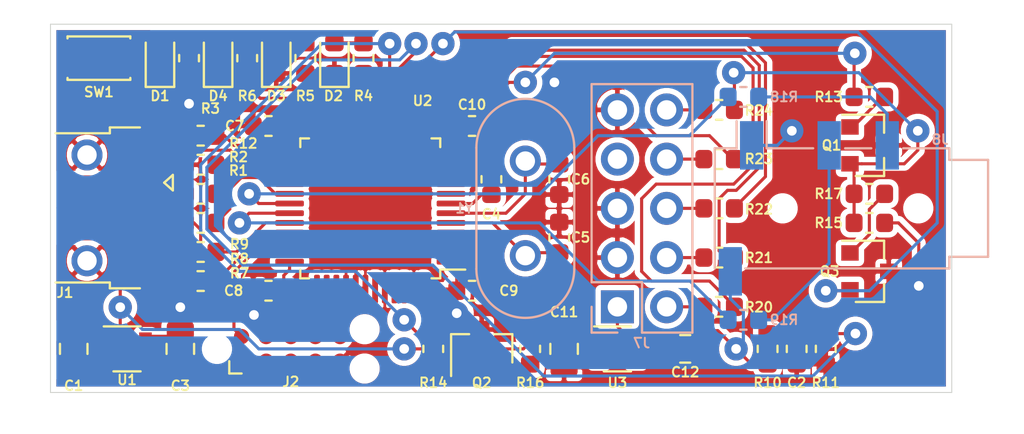
<source format=kicad_pcb>
(kicad_pcb (version 20240108) (generator "pcbnew") (generator_version "8.0")
  (layers (0 "F.Cu" signal) (31 "B.Cu" signal) (34 "B.Paste" user) (35 "F.Paste" user) (36 "B.SilkS" user "B.Silkscreen") (37 "F.SilkS" user "F.Silkscreen") (38 "B.Mask" user) (39 "F.Mask" user) (44 "Edge.Cuts" user))
  (net 0 "")
  (net 1 "+5V")
  (net 2 "GND")
  (net 3 "/TPWR_SENSE")
  (net 4 "+3V3")
  (net 5 "Net-(C4-Pad1)")
  (net 6 "Net-(C5-Pad1)")
  (net 7 "Net-(C6-Pad1)")
  (net 8 "/TPWR")
  (net 9 "Net-(D1-Pad2)")
  (net 10 "Net-(D2-Pad2)")
  (net 11 "Net-(D3-Pad2)")
  (net 12 "Net-(D4-Pad2)")
  (net 13 "Net-(J1-Pad4)")
  (net 14 "Net-(J1-Pad3)")
  (net 15 "Net-(J1-Pad2)")
  (net 16 "/PROG_SWO")
  (net 17 "/PROG_SWDIO")
  (net 18 "/PROG_SWCLK")
  (net 19 "Net-(J7-Pad10)")
  (net 20 "Net-(J7-Pad8)")
  (net 21 "Net-(J7-Pad7)")
  (net 22 "Net-(J7-Pad6)")
  (net 23 "Net-(J7-Pad4)")
  (net 24 "Net-(J7-Pad2)")
  (net 25 "/tRST")
  (net 26 "Net-(Q1-Pad1)")
  (net 27 "Net-(Q2-Pad2)")
  (net 28 "Net-(Q2-Pad1)")
  (net 29 "/RST_SENSE")
  (net 30 "Net-(Q3-Pad1)")
  (net 31 "/V_BUS")
  (net 32 "/LED0")
  (net 33 "/LED1")
  (net 34 "/LED2")
  (net 35 "/USB_DP")
  (net 36 "/USB_DM")
  (net 37 "/USB_PU")
  (net 38 "Net-(R12-Pad2)")
  (net 39 "/RST")
  (net 40 "/PWR_BR")
  (net 41 "/TXD")
  (net 42 "Net-(J8-Pad2)")
  (net 43 "/RXD")
  (net 44 "Net-(J8-Pad3)")
  (net 45 "/TMS")
  (net 46 "/TCK")
  (net 47 "/TDO")
  (net 48 "/TDI")
  (net 49 "Net-(U1-Pad4)")
  (net 50 "Net-(U2-Pad46)")
  (net 51 "Net-(U2-Pad45)")
  (net 52 "Net-(U2-Pad43)")
  (net 53 "Net-(U2-Pad38)")
  (net 54 "Net-(U2-Pad28)")
  (net 55 "Net-(U2-Pad27)")
  (net 56 "Net-(U2-Pad11)")
  (net 57 "Net-(U2-Pad10)")
  (net 58 "Net-(U2-Pad4)")
  (net 59 "Net-(U2-Pad3)")
  (net 60 "Net-(U2-Pad2)")
  (net 61 "Net-(U3-Pad4)")
  (net 62 "Net-(J2-Pad7)")
  (net 63 "Net-(J2-Pad6)")
  (net 64 "Net-(J2-Pad4)")
  (footprint "Capacitor_SMD:C_0805_2012Metric" (layer "F.Cu") (at 128.2 107.25 90)
    (property "Reference" "C1")
    (property "Value" "10u")
  )
  (footprint "Capacitor_SMD:C_0603_1608Metric" (layer "F.Cu") (at 167 107.25 90)
    (property "Reference" "C2")
    (property "Value" "100n")
  )
  (footprint "Capacitor_SMD:C_0805_2012Metric" (layer "F.Cu") (at 133.7 107.25 -90)
    (property "Reference" "C3")
    (property "Value" "10u")
  )
  (footprint "Capacitor_SMD:C_0603_1608Metric" (layer "F.Cu") (at 149.75 98.5 90)
    (property "Reference" "C4")
    (property "Value" "100n")
  )
  (footprint "Capacitor_SMD:C_0603_1608Metric" (layer "F.Cu") (at 153.25 101.5 90)
    (property "Reference" "C5")
    (property "Value" "20p")
  )
  (footprint "Capacitor_SMD:C_0603_1608Metric" (layer "F.Cu") (at 138.25 95.75 180)
    (property "Reference" "C7")
    (property "Value" "100n")
  )
  (footprint "Capacitor_SMD:C_0603_1608Metric" (layer "F.Cu") (at 138.25 104.25 180)
    (property "Reference" "C8")
    (property "Value" "100n")
  )
  (footprint "Capacitor_SMD:C_0603_1608Metric" (layer "F.Cu") (at 148.75 104.25)
    (property "Reference" "C9")
    (property "Value" "100n")
  )
  (footprint "Capacitor_SMD:C_0603_1608Metric" (layer "F.Cu") (at 148.75 95.75 180)
    (property "Reference" "C10")
    (property "Value" "100n")
  )
  (footprint "Capacitor_SMD:C_0805_2012Metric" (layer "F.Cu") (at 153.5 107.25 90)
    (property "Reference" "C11")
    (property "Value" "10u")
  )
  (footprint "Capacitor_SMD:C_0805_2012Metric" (layer "F.Cu") (at 159.75 107.25)
    (property "Reference" "C12")
    (property "Value" "10u")
  )
  (footprint "LED_SMD:LED_0603_1608Metric" (layer "F.Cu") (at 138.65 92.25 90)
    (property "Reference" "D3")
    (property "Value" "LED")
  )
  (footprint "LED_SMD:LED_0603_1608Metric" (layer "F.Cu") (at 135.65 92.25 90)
    (property "Reference" "D4")
    (property "Value" "LED")
  )
  (footprint "Package_TO_SOT_SMD:SOT-23" (layer "F.Cu") (at 169.25 96.75)
    (property "Reference" "Q1")
    (property "Value" "Q_NPN_BCE")
  )
  (footprint "Package_TO_SOT_SMD:SOT-23" (layer "F.Cu") (at 149.25 107.25 90)
    (property "Reference" "Q2")
    (property "Value" "Q_NPN_BCE")
  )
  (footprint "Package_TO_SOT_SMD:SOT-23" (layer "F.Cu") (at 169.25 103.25)
    (property "Reference" "Q3")
    (property "Value" "Q_NPN_BCE")
  )
  (footprint "Resistor_SMD:R_0603_1608Metric" (layer "F.Cu") (at 134.75 99.25)
    (property "Reference" "R1")
    (property "Value" "5k")
  )
  (footprint "Resistor_SMD:R_0603_1608Metric" (layer "F.Cu") (at 134.75 97.75 180)
    (property "Reference" "R2")
    (property "Value" "10k")
  )
  (footprint "Resistor_SMD:R_0603_1608Metric" (layer "F.Cu") (at 143.15 92.25 -90)
    (property "Reference" "R4")
    (property "Value" "150")
  )
  (footprint "Resistor_SMD:R_0603_1608Metric" (layer "F.Cu") (at 140.15 92.25 -90)
    (property "Reference" "R5")
    (property "Value" "150")
  )
  (footprint "Resistor_SMD:R_0603_1608Metric" (layer "F.Cu") (at 137.15 92.25 -90)
    (property "Reference" "R6")
    (property "Value" "150")
  )
  (footprint "Resistor_SMD:R_0603_1608Metric" (layer "F.Cu") (at 134.75 103.75 180)
    (property "Reference" "R7")
    (property "Value" "22")
  )
  (footprint "Resistor_SMD:R_0603_1608Metric" (layer "F.Cu") (at 134.75 102.25 180)
    (property "Reference" "R8")
    (property "Value" "22")
  )
  (footprint "Resistor_SMD:R_0603_1608Metric" (layer "F.Cu") (at 134.75 100.75)
    (property "Reference" "R9")
    (property "Value" "1k")
  )
  (footprint "Resistor_SMD:R_0603_1608Metric" (layer "F.Cu") (at 164 107.25 90)
    (property "Reference" "R10")
    (property "Value" "5k")
  )
  (footprint "Resistor_SMD:R_0603_1608Metric" (layer "F.Cu") (at 165.5 107.25 -90)
    (property "Reference" "R11")
    (property "Value" "10k")
  )
  (footprint "Resistor_SMD:R_0603_1608Metric" (layer "F.Cu") (at 169.25 94.25 180)
    (property "Reference" "R13")
    (property "Value" "10k")
  )
  (footprint "Resistor_SMD:R_0603_1608Metric" (layer "F.Cu") (at 146.75 107.25 90)
    (property "Reference" "R14")
    (property "Value" "10k")
  )
  (footprint "Resistor_SMD:R_0603_1608Metric" (layer "F.Cu") (at 169.25 100.75)
    (property "Reference" "R15")
    (property "Value" "10k")
  )
  (footprint "Resistor_SMD:R_0603_1608Metric" (layer "F.Cu") (at 151.75 107.25 90)
    (property "Reference" "R16")
    (property "Value" "100k")
  )
  (footprint "Resistor_SMD:R_0603_1608Metric" (layer "F.Cu") (at 169.25 99.25 180)
    (property "Reference" "R17")
    (property "Value" "100k")
  )
  (footprint "Resistor_SMD:R_0603_1608Metric" (layer "F.Cu") (at 161.5 105.08 180)
    (property "Reference" "R20")
    (property "Value" "75")
  )
  (footprint "Resistor_SMD:R_0603_1608Metric" (layer "F.Cu") (at 161.5 102.54 180)
    (property "Reference" "R21")
    (property "Value" "75")
  )
  (footprint "Resistor_SMD:R_0603_1608Metric" (layer "F.Cu") (at 161.5 100 180)
    (property "Reference" "R22")
    (property "Value" "75")
  )
  (footprint "Resistor_SMD:R_0603_1608Metric" (layer "F.Cu") (at 161.5 97.46 180)
    (property "Reference" "R23")
    (property "Value" "75")
  )
  (footprint "Resistor_SMD:R_0603_1608Metric" (layer "F.Cu") (at 161.5 94.92 180)
    (property "Reference" "R24")
    (property "Value" "75")
  )
  (footprint "Package_TO_SOT_SMD:SOT-353_SC-70-5" (layer "F.Cu") (at 130.95 107.25)
    (property "Reference" "U1")
    (property "Value" "MIC5365-3.3YC5")
  )
  (footprint "Package_QFP:LQFP-48_7x7mm_P0.5mm" (layer "F.Cu") (at 143.5 100 180)
    (property "Reference" "U2")
    (property "Value" "STM32F103CBTx")
  )
  (footprint "Package_TO_SOT_SMD:SOT-353_SC-70-5" (layer "F.Cu") (at 156.25 107.25)
    (property "Reference" "U3")
    (property "Value" "MIC5365-3.3YC5")
  )
  (footprint "Connector:Tag-Connect_TC2050-IDC-NL_2x05_P1.27mm_Vertical" (layer "F.Cu") (at 139.4 107.25)
    (property "Reference" "J2")
    (property "Value" "PROG_SWD")
  )
  (footprint "Connector_USB:USB_Micro-B_Amphenol_10103594-0001LF_Horizontal" (layer "F.Cu") (at 130 100 -90)
    (property "Reference" "J1")
    (property "Value" "USB_B_Micro")
  )
  (footprint "Button_Switch_SMD:SW_SPST_CK_KXT3" (layer "F.Cu") (at 129.5 92.25 180)
    (property "Reference" "SW1")
    (property "Value" "DFU")
  )
  (footprint "Capacitor_SMD:C_0603_1608Metric" (layer "F.Cu") (at 153.25 98.5 -90)
    (property "Reference" "C6")
    (property "Value" "20p")
  )
  (footprint "LED_SMD:LED_0603_1608Metric" (layer "F.Cu") (at 141.65 92.25 90)
    (property "Reference" "D2")
    (property "Value" "LED")
  )
  (footprint "LED_SMD:LED_0603_1608Metric" (layer "F.Cu") (at 132.65 92.25 90)
    (property "Reference" "D1")
    (property "Value" "LED")
  )
  (footprint "Resistor_SMD:R_0603_1608Metric" (layer "F.Cu") (at 134.75 96.25 180)
    (property "Reference" "R12")
    (property "Value" "10k")
  )
  (footprint "Resistor_SMD:R_0603_1608Metric" (layer "F.Cu") (at 134.15 92.25 -90)
    (property "Reference" "R3")
    (property "Value" "150")
  )
  (footprint "Connector_PinHeader_2.54mm:PinHeader_2x05_P2.54mm_Vertical" (layer "B.Cu") (at 156.25 105.08)
    (property "Reference" "J7")
    (property "Value" "JTAG")
  )
  (footprint "Connector_Audio:Jack_3.5mm_PJ320D_Horizontal" (layer "B.Cu") (at 167 100 180)
    (property "Reference" "J8")
    (property "Value" "UART")
  )
  (footprint "Resistor_SMD:R_0603_1608Metric" (layer "B.Cu") (at 162.75 94.25 180)
    (property "Reference" "R18")
    (property "Value" "75")
  )
  (footprint "Resistor_SMD:R_0603_1608Metric" (layer "B.Cu") (at 162.75 105.75 180)
    (property "Reference" "R19")
    (property "Value" "75")
  )
  (footprint "Crystal:Crystal_HC49-U_Vertical" (layer "B.Cu") (at 151.5 102.44 90)
    (property "Reference" "Y1")
    (property "Value" "8MHz")
  )
  (gr_line (start 173.5 109.5) (end 127 109.5) (stroke (width 0.05)) (layer "Edge.Cuts"))
  (gr_line (start 173.5 90.5) (end 173.5 109.5) (stroke (width 0.05)) (layer "Edge.Cuts"))
  (gr_line (start 127 109.5) (end 127 90.5) (stroke (width 0.05)) (layer "Edge.Cuts"))
  (gr_line (start 127 90.5) (end 173.5 90.5) (stroke (width 0.05)) (layer "Edge.Cuts"))
  (segment (start 130.6 98.855) (end 130.6 104.251486) (width 0.16) (layer "F.Cu") (net 1))
  (segment (start 131.765 98.675) (end 130.78 98.675) (width 0.16) (layer "F.Cu") (net 1))
  (segment (start 132.675 98.675) (end 131.765 98.675) (width 0.16) (layer "F.Cu") (net 1))
  (segment (start 155.3 106.6) (end 153.7875 106.6) (width 0.16) (layer "F.Cu") (net 1))
  (segment (start 130.78 98.675) (end 130.6 98.855) (width 0.16) (layer "F.Cu") (net 1))
  (segment (start 130.485 107.9) (end 130.6 107.785) (width 0.16) (layer "F.Cu") (net 1))
  (segment (start 151.75 106.9) (end 151.4 107.25) (width 0.16) (layer "F.Cu") (net 1))
  (segment (start 130.6 104.251486) (end 130.6 105.100014) (width 0.16) (layer "F.Cu") (net 1))
  (segment (start 146.09855 107.25) (end 145.250022 107.25) (width 0.16) (layer "F.Cu") (net 1))
  (segment (start 151.75 106.4625) (end 151.75 106.9) (width 0.16) (layer "F.Cu") (net 1))
  (segment (start 151.75 106.4625) (end 153.35 106.4625) (width 0.16) (layer "F.Cu") (net 1))
  (segment (start 153.7875 106.6) (end 153.5 106.3125) (width 0.16) (layer "F.Cu") (net 1))
  (segment (start 128.4875 106.6) (end 128.2 106.3125) (width 0.16) (layer "F.Cu") (net 1))
  (segment (start 130.6 106.6) (end 130 106.6) (width 0.16) (layer "F.Cu") (net 1))
  (segment (start 130 106.6) (end 128.4875 106.6) (width 0.16) (layer "F.Cu") (net 1))
  (segment (start 133.9625 99.25) (end 133.25 99.25) (width 0.16) (layer "F.Cu") (net 1))
  (segment (start 130 107.9) (end 130.485 107.9) (width 0.16) (layer "F.Cu") (net 1))
  (segment (start 153.35 106.4625) (end 153.5 106.3125) (width 0.16) (layer "F.Cu") (net 1))
  (segment (start 151.4 107.25) (end 146.09855 107.25) (width 0.16) (layer "F.Cu") (net 1))
  (segment (start 130.6 106.6) (end 130.6 105.100014) (width 0.16) (layer "F.Cu") (net 1))
  (segment (start 130.6 107.785) (end 130.6 106.6) (width 0.16) (layer "F.Cu") (net 1))
  (segment (start 133.25 99.25) (end 132.675 98.675) (width 0.16) (layer "F.Cu") (net 1))
  (via (at 145.250022 107.25) (size 1.2) (drill 0.5) (layers "F.Cu" "B.Cu") (net 1))
  (via (at 130.6 105.100014) (size 1.2) (drill 0.5) (layers "F.Cu" "B.Cu") (net 1))
  (segment (start 131.199999 105.700013) (end 130.6 105.100014) (width 0.16) (layer "B.Cu") (net 1))
  (segment (start 131.749986 106.25) (end 131.199999 105.700013) (width 0.16) (layer "B.Cu") (net 1))
  (segment (start 136.75 106.25) (end 131.749986 106.25) (width 0.16) (layer "B.Cu") (net 1))
  (segment (start 137.75 107.25) (end 136.75 106.25) (width 0.16) (layer "B.Cu") (net 1))
  (segment (start 145.250022 107.25) (end 137.75 107.25) (width 0.16) (layer "B.Cu") (net 1))
  (segment (start 131.765 102.755) (end 131.885 102.875) (width 0.16) (layer "F.Cu") (net 2))
  (segment (start 139.4 107.885) (end 140.265 108.75) (width 0.16) (layer "F.Cu") (net 2))
  (segment (start 138.75 108.5) (end 138.785 108.5) (width 0.16) (layer "F.Cu") (net 2))
  (segment (start 140.265 108.75) (end 141.075 108.75) (width 0.16) (layer "F.Cu") (net 2))
  (segment (start 131.765 101.275) (end 131.765 102.755) (width 0.4) (layer "F.Cu") (net 2))
  (segment (start 138.13 107.885) (end 138.135 107.885) (width 0.16) (layer "F.Cu") (net 2))
  (segment (start 138.135 107.885) (end 138.75 108.5) (width 0.16) (layer "F.Cu") (net 2))
  (segment (start 138.785 108.5) (end 139.4 107.885) (width 0.16) (layer "F.Cu") (net 2))
  (segment (start 141.075 108.75) (end 141.94 107.885) (width 0.16) (layer "F.Cu") (net 2))
  (via (at 165.25 96) (size 1.2) (drill 0.5) (layers "F.Cu" "B.Cu") (net 2))
  (segment (start 163.175 96.75) (end 164.5 96.75) (width 0.16) (layer "B.Cu") (net 2))
  (segment (start 164.5 96.75) (end 165.25 96) (width 0.16) (layer "B.Cu") (net 2))
  (segment (start 168.5275 106.4625) (end 168.53 106.46) (width 0.16) (layer "F.Cu") (net 3))
  (segment (start 143.75 94.013848) (end 145.860003 91.903845) (width 0.16) (layer "F.Cu") (net 3))
  (segment (start 167 106.4625) (end 168.5275 106.4625) (width 0.16) (layer "F.Cu") (net 3))
  (segment (start 143.75 95.8375) (end 143.75 94.013848) (width 0.16) (layer "F.Cu") (net 3))
  (segment (start 164 106.4625) (end 167 106.4625) (width 0.16) (layer "F.Cu") (net 3))
  (segment (start 145.860003 91.903845) (end 145.860003 91.5) (width 0.16) (layer "F.Cu") (net 3))
  (via (at 168.53 106.46) (size 1.2) (drill 0.5) (layers "F.Cu" "B.Cu") (net 3))
  (via (at 145.860003 91.5) (size 1.2) (drill 0.5) (layers "F.Cu" "B.Cu") (net 3))
  (segment (start 146.723192 102.92999) (end 152.443202 108.65) (width 0.16) (layer "B.Cu") (net 3))
  (segment (start 145.860003 91.5) (end 145.020002 92.340001) (width 0.16) (layer "B.Cu") (net 3))
  (segment (start 135.07001 101.07001) (end 136.92999 102.92999) (width 0.16) (layer "B.Cu") (net 3))
  (segment (start 166.34 108.65) (end 168.53 106.46) (width 0.16) (layer "B.Cu") (net 3))
  (segment (start 135.07001 97.882552) (end 135.07001 101.07001) (width 0.16) (layer "B.Cu") (net 3))
  (segment (start 152.443202 108.65) (end 166.34 108.65) (width 0.16) (layer "B.Cu") (net 3))
  (segment (start 140.612561 92.340001) (end 135.07001 97.882552) (width 0.16) (layer "B.Cu") (net 3))
  (segment (start 136.92999 102.92999) (end 146.723192 102.92999) (width 0.16) (layer "B.Cu") (net 3))
  (segment (start 145.020002 92.340001) (end 140.612561 92.340001) (width 0.16) (layer "B.Cu") (net 3))
  (segment (start 147.9625 103.4625) (end 147.9625 104.25) (width 0.16) (layer "F.Cu") (net 4))
  (segment (start 171.8 103.151472) (end 171.8 104) (width 0.16) (layer "F.Cu") (net 4))
  (segment (start 170.75 100.75) (end 171.8 101.8) (width 0.16) (layer "F.Cu") (net 4))
  (segment (start 147.875 104.1625) (end 147.9625 104.25) (width 0.16) (layer "F.Cu") (net 4))
  (segment (start 140.75 95.8375) (end 139.125 95.8375) (width 0.16) (layer "F.Cu") (net 4))
  (segment (start 148.8 97.45) (end 149.5375 96.7125) (width 0.16) (layer "F.Cu") (net 4))
  (segment (start 131.9 106.6) (end 133.4125 106.6) (width 0.16) (layer "F.Cu") (net 4))
  (segment (start 136.86 107.885) (end 136.466301 108.278699) (width 0.16) (layer "F.Cu") (net 4))
  (segment (start 135.975 96.25) (end 135.5375 96.25) (width 0.16) (layer "F.Cu") (net 4))
  (segment (start 135.5375 95.9875) (end 135.5375 96.25) (width 0.16) (layer "F.Cu") (net 4))
  (segment (start 139.0375 103.4625) (end 139.0375 104.25) (width 0.16) (layer "F.Cu") (net 4))
  (segment (start 136.475 96.75) (end 135.975 96.25) (width 0.16) (layer "F.Cu") (net 4))
  (segment (start 134.15 94.6) (end 135.5375 95.9875) (width 0.16) (layer "F.Cu") (net 4))
  (segment (start 139.0375 96.225) (end 138.5125 96.75) (width 0.16) (layer "F.Cu") (net 4))
  (segment (start 139.3375 102.75) (end 139.3375 103.1625) (width 0.16) (layer "F.Cu") (net 4))
  (segment (start 147.6625 98.75) (end 148.345494 98.75) (width 0.16) (layer "F.Cu") (net 4))
  (segment (start 139.0375 95.75) (end 139.0375 96.225) (width 0.16) (layer "F.Cu") (net 4))
  (segment (start 149.5375 95.75) (end 150.75 95.75) (width 0.16) (layer "F.Cu") (net 4))
  (segment (start 138.2625 105.5) (end 137.5 105.5) (width 0.16) (layer "F.Cu") (net 4))
  (segment (start 136.466301 108.278699) (end 135.178699 108.278699) (width 0.16) (layer "F.Cu") (net 4))
  (segment (start 134.15 93.0375) (end 134.15 94.6) (width 0.16) (layer "F.Cu") (net 4))
  (segment (start 148.345494 98.75) (end 148.8 98.295494) (width 0.16) (layer "F.Cu") (net 4))
  (segment (start 139.125 95.8375) (end 139.0375 95.75) (width 0.16) (layer "F.Cu") (net 4))
  (segment (start 148.8 98.295494) (end 148.8 97.45) (width 0.16) (layer "F.Cu") (net 4))
  (segment (start 147.9625 104.25) (end 147.9625 105.4075) (width 0.16) (layer "F.Cu") (net 4))
  (segment (start 147.9625 105.4075) (end 147.96 105.41) (width 0.16) (layer "F.Cu") (net 4))
  (segment (start 147.6625 103.1625) (end 147.9625 103.4625) (width 0.16) (layer "F.Cu") (net 4))
  (segment (start 133.4125 106.6) (end 133.7 106.3125) (width 0.16) (layer "F.Cu") (net 4))
  (segment (start 146.25 104.1625) (end 147.875 104.1625) (width 0.16) (layer "F.Cu") (net 4))
  (segment (start 139.3375 103.1625) (end 139.0375 103.4625) (width 0.16) (layer "F.Cu") (net 4))
  (segment (start 133.7 106.8) (end 133.7 106.3125) (width 0.16) (layer "F.Cu") (net 4))
  (segment (start 150.75 95.75) (end 152.400001 94.099999) (width 0.16) (layer "F.Cu") (net 4))
  (segment (start 138.5125 96.75) (end 136.475 96.75) (width 0.16) (layer "F.Cu") (net 4))
  (segment (start 147.6625 102.75) (end 147.6625 103.1625) (width 0.16) (layer "F.Cu") (net 4))
  (segment (start 139.0375 104.725) (end 138.2625 105.5) (width 0.16) (layer "F.Cu") (net 4))
  (segment (start 149.5375 96.7125) (end 149.5375 95.75) (width 0.16) (layer "F.Cu") (net 4))
  (segment (start 133.7 106.3125) (end 133.7 105.1) (width 0.16) (layer "F.Cu") (net 4))
  (segment (start 135.178699 108.278699) (end 133.7 106.8) (width 0.16) (layer "F.Cu") (net 4))
  (segment (start 171.8 101.8) (end 171.8 103.151472) (width 0.16) (layer "F.Cu") (net 4))
  (segment (start 139.0375 104.25) (end 139.0375 104.725) (width 0.16) (layer "F.Cu") (net 4))
  (segment (start 152.400001 94.099999) (end 153 93.5) (width 0.16) (layer "F.Cu") (net 4))
  (segment (start 170.0375 100.75) (end 170.75 100.75) (width 0.16) (layer "F.Cu") (net 4))
  (via (at 134.15 94.6) (size 1.2) (drill 0.5) (layers "F.Cu" "B.Cu") (net 4))
  (via (at 147.96 105.41) (size 1.2) (drill 0.5) (layers "F.Cu" "B.Cu") (net 4))
  (via (at 137.5 105.5) (size 1.2) (drill 0.5) (layers "F.Cu" "B.Cu") (net 4))
  (via (at 133.7 105.1) (size 1.2) (drill 0.5) (layers "F.Cu" "B.Cu") (net 4))
  (via (at 153 93.5) (size 1.2) (drill 0.5) (layers "F.Cu" "B.Cu") (net 4))
  (via (at 171.8 104) (size 1.2) (drill 0.5) (layers "F.Cu" "B.Cu") (net 4))
  (segment (start 149.24375 99.2875) (end 148.78125 99.75) (width 0.16) (layer "F.Cu") (net 5))
  (segment (start 148.78125 99.75) (end 147.6625 99.75) (width 0.16) (layer "F.Cu") (net 5))
  (segment (start 149.75 99.2875) (end 149.24375 99.2875) (width 0.16) (layer "F.Cu") (net 5))
  (segment (start 147.6625 100.75) (end 149.81 100.75) (width 0.16) (layer "F.Cu") (net 6))
  (segment (start 153.25 102.2875) (end 151.6525 102.2875) (width 0.16) (layer "F.Cu") (net 6))
  (segment (start 149.81 100.75) (end 151.5 102.44) (width 0.16) (layer "F.Cu") (net 6))
  (segment (start 151.6525 102.2875) (end 151.5 102.44) (width 0.16) (layer "F.Cu") (net 6))
  (segment (start 147.6625 100.25) (end 150.5 100.25) (width 0.16) (layer "F.Cu") (net 7))
  (segment (start 151.6525 97.7125) (end 151.5 97.56) (width 0.16) (layer "F.Cu") (net 7))
  (segment (start 151.5 99.25) (end 151.5 97.56) (width 0.16) (layer "F.Cu") (net 7))
  (segment (start 150.5 100.25) (end 151.5 99.25) (width 0.16) (layer "F.Cu") (net 7))
  (segment (start 153.25 97.7125) (end 151.6525 97.7125) (width 0.16) (layer "F.Cu") (net 7))
  (segment (start 161.775001 106.650001) (end 162.375 107.25) (width 0.16) (layer "F.Cu") (net 8))
  (segment (start 156.25 105.08) (end 156.25 106.09) (width 0.16) (layer "F.Cu") (net 8))
  (segment (start 158.80999 106.30999) (end 158.8125 106.3125) (width 0.16) (layer "F.Cu") (net 8))
  (segment (start 157.2 106.6) (end 157.685 106.6) (width 0.16) (layer "F.Cu") (net 8))
  (segment (start 157.97501 106.30999) (end 158.80999 106.30999) (width 0.16) (layer "F.Cu") (net 8))
  (segment (start 156.76 106.6) (end 157.2 106.6) (width 0.16) (layer "F.Cu") (net 8))
  (segment (start 164 108.0375) (end 163.1625 108.0375) (width 0.16) (layer "F.Cu") (net 8))
  (segment (start 161.43499 106.30999) (end 161.775001 106.650001) (width 0.16) (layer "F.Cu") (net 8))
  (segment (start 157.685 106.6) (end 157.97501 106.30999) (width 0.16) (layer "F.Cu") (net 8))
  (segment (start 163.1625 108.0375) (end 162.375 107.25) (width 0.16) (layer "F.Cu") (net 8))
  (segment (start 156.25 106.09) (end 156.76 106.6) (width 0.16) (layer "F.Cu") (net 8))
  (segment (start 158.80999 106.30999) (end 161.43499 106.30999) (width 0.16) (layer "F.Cu") (net 8))
  (segment (start 158.8125 106.3125) (end 158.8125 107.25) (width 0.16) (layer "F.Cu") (net 8))
  (via (at 162.375 107.25) (size 1.2) (drill 0.5) (layers "F.Cu" "B.Cu") (net 8))
  (segment (start 162.75 105.335) (end 162.75 106.875) (width 0.16) (layer "B.Cu") (net 8))
  (segment (start 162.075 104.66) (end 162.75 105.335) (width 0.16) (layer "B.Cu") (net 8))
  (segment (start 162.75 106.875) (end 162.375 107.25) (width 0.16) (layer "B.Cu") (net 8))
  (segment (start 162.075 103.25) (end 162.075 104.66) (width 0.16) (layer "B.Cu") (net 8))
  (segment (start 132.65 91.4625) (end 134.15 91.4625) (width 0.16) (layer "F.Cu") (net 9))
  (segment (start 141.65 91.4625) (end 143.15 91.4625) (width 0.16) (layer "F.Cu") (net 10))
  (segment (start 138.65 91.4625) (end 140.15 91.4625) (width 0.16) (layer "F.Cu") (net 11))
  (segment (start 135.65 91.4625) (end 137.15 91.4625) (width 0.16) (layer "F.Cu") (net 12))
  (segment (start 132.96498 100.367978) (end 132.96498 103.18998) (width 0.16) (layer "F.Cu") (net 14))
  (segment (start 132.96498 103.18998) (end 133.525 103.75) (width 0.16) (layer "F.Cu") (net 14))
  (segment (start 132.572002 99.975) (end 132.96498 100.367978) (width 0.16) (layer "F.Cu") (net 14))
  (segment (start 133.525 103.75) (end 133.9625 103.75) (width 0.16) (layer "F.Cu") (net 14))
  (segment (start 131.765 99.975) (end 132.572002 99.975) (width 0.16) (layer "F.Cu") (net 14))
  (segment (start 133.28499 102.00999) (end 133.525 102.25) (width 0.16) (layer "F.Cu") (net 15))
  (segment (start 131.765 99.325) (end 132.75 99.325) (width 0.16) (layer "F.Cu") (net 15))
  (segment (start 133.28499 99.85999) (end 133.28499 102.00999) (width 0.16) (layer "F.Cu") (net 15))
  (segment (start 132.75 99.325) (end 133.28499 99.85999) (width 0.16) (layer "F.Cu") (net 15))
  (segment (start 133.525 102.25) (end 133.9625 102.25) (width 0.16) (layer "F.Cu") (net 15))
  (segment (start 139.793699 106.221301) (end 139.4 106.615) (width 0.16) (layer "F.Cu") (net 16))
  (segment (start 140.265 105.75) (end 139.793699 106.221301) (width 0.16) (layer "F.Cu") (net 16))
  (segment (start 141 105.75) (end 140.265 105.75) (width 0.16) (layer "F.Cu") (net 16))
  (segment (start 141.75 105) (end 141 105.75) (width 0.16) (layer "F.Cu") (net 16))
  (segment (start 141.75 104.1625) (end 141.75 105) (width 0.16) (layer "F.Cu") (net 16))
  (segment (start 139.3375 101.75) (end 138 101.75) (width 0.16) (layer "F.Cu") (net 17))
  (segment (start 138 101.75) (end 136.466301 103.283699) (width 0.16) (layer "F.Cu") (net 17))
  (segment (start 136.466301 103.283699) (end 136.466301 106.221301) (width 0.16) (layer "F.Cu") (net 17))
  (segment (start 136.466301 106.221301) (end 136.86 106.615) (width 0.16) (layer "F.Cu") (net 17))
  (segment (start 140.75 104.1625) (end 140.5825 104.1625) (width 0.16) (layer "F.Cu") (net 18))
  (segment (start 140.5825 104.1625) (end 138.13 106.615) (width 0.16) (layer "F.Cu") (net 18))
  (segment (start 160.7125 94.92) (end 160.275 94.92) (width 0.16) (layer "F.Cu") (net 19))
  (segment (start 160.275 94.92) (end 158.79 94.92) (width 0.16) (layer "F.Cu") (net 19))
  (segment (start 160.7125 97.46) (end 160.275 97.46) (width 0.16) (layer "F.Cu") (net 20))
  (segment (start 160.275 97.46) (end 158.79 97.46) (width 0.16) (layer "F.Cu") (net 20))
  (segment (start 160.7125 100) (end 158.79 100) (width 0.16) (layer "F.Cu") (net 22))
  (segment (start 160.275 102.54) (end 158.79 102.54) (width 0.16) (layer "F.Cu") (net 23))
  (segment (start 160.7125 102.54) (end 160.275 102.54) (width 0.16) (layer "F.Cu") (net 23))
  (segment (start 160.7125 105.08) (end 160.275 105.08) (width 0.16) (layer "F.Cu") (net 24))
  (segment (start 160.275 105.08) (end 158.79 105.08) (width 0.16) (layer "F.Cu") (net 24))
  (segment (start 168.86 97.7) (end 168.25 97.7) (width 0.16) (layer "F.Cu") (net 25))
  (segment (start 162.2875 93.0375) (end 162.25 93) (width 0.16) (layer "F.Cu") (net 25))
  (segment (start 171.75 97) (end 171.05 97.7) (width 0.16) (layer "F.Cu") (net 25))
  (segment (start 171.05 97.7) (end 168.86 97.7) (width 0.16) (layer "F.Cu") (net 25))
  (segment (start 171.75 96) (end 171.75 97) (width 0.16) (layer "F.Cu") (net 25))
  (segment (start 168.4625 97.9125) (end 168.25 97.7) (width 0.16) (layer "F.Cu") (net 25))
  (segment (start 162.2875 94.92) (end 162.2875 93.0375) (width 0.16) (layer "F.Cu") (net 25))
  (segment (start 168.4625 99.25) (end 168.4625 100.75) (width 0.16) (layer "F.Cu") (net 25))
  (segment (start 168.4625 99.25) (end 168.4625 97.9125) (width 0.16) (layer "F.Cu") (net 25))
  (via (at 171.75 96) (size 1.2) (drill 0.5) (layers "F.Cu" "B.Cu") (net 25))
  (via (at 162.25 93) (size 1.2) (drill 0.5) (layers "F.Cu" "B.Cu") (net 25))
  (segment (start 162.25 93) (end 168.707002 93) (width 0.16) (layer "B.Cu") (net 25))
  (segment (start 168.707002 93) (end 171.707002 96) (width 0.16) (layer "B.Cu") (net 25))
  (segment (start 171.707002 96) (end 171.75 96) (width 0.16) (layer "B.Cu") (net 25))
  (segment (start 168.4 95.8) (end 169.95 94.25) (width 0.16) (layer "F.Cu") (net 26))
  (segment (start 168.25 95.8) (end 168.4 95.8) (width 0.16) (layer "F.Cu") (net 26))
  (segment (start 169.95 94.25) (end 170.0375 94.25) (width 0.16) (layer "F.Cu") (net 26))
  (segment (start 150.4125 108.0375) (end 150.2 108.25) (width 0.16) (layer "F.Cu") (net 27))
  (segment (start 151.75 108.0375) (end 151.75 108.00625) (width 0.16) (layer "F.Cu") (net 27))
  (segment (start 154.165 107.25) (end 154.815 107.9) (width 0.16) (layer "F.Cu") (net 27))
  (segment (start 151.75 108.0375) (end 150.4125 108.0375) (width 0.16) (layer "F.Cu") (net 27))
  (segment (start 151.75 108.00625) (end 152.50625 107.25) (width 0.16) (layer "F.Cu") (net 27))
  (segment (start 152.50625 107.25) (end 154.165 107.25) (width 0.16) (layer "F.Cu") (net 27))
  (segment (start 154.815 107.9) (end 155.3 107.9) (width 0.16) (layer "F.Cu") (net 27))
  (segment (start 146.75 108.0375) (end 148.0875 108.0375) (width 0.16) (layer "F.Cu") (net 28))
  (segment (start 148.0875 108.0375) (end 148.3 108.25) (width 0.16) (layer "F.Cu") (net 28))
  (segment (start 167 104.25) (end 168.2 104.25) (width 0.16) (layer "F.Cu") (net 29))
  (segment (start 168.2 104.25) (end 168.25 104.2) (width 0.16) (layer "F.Cu") (net 29))
  (segment (start 144.25 95.8375) (end 144.25 94.5) (width 0.16) (layer "F.Cu") (net 29))
  (segment (start 144.25 94.5) (end 147.25 91.5) (width 0.16) (layer "F.Cu") (net 29))
  (via (at 147.25 91.5) (size 1.2) (drill 0.5) (layers "F.Cu" "B.Cu") (net 29))
  (via (at 167 104.25) (size 1.2) (drill 0.5) (layers "F.Cu" "B.Cu") (net 29))
  (segment (start 172.75 100.75) (end 169.25 104.25) (width 0.16) (layer "B.Cu") (net 29))
  (segment (start 147.25 91.5) (end 147.849999 90.900001) (width 0.16) (layer "B.Cu") (net 29))
  (segment (start 168.643203 90.900001) (end 172.75 95.006798) (width 0.16) (layer "B.Cu") (net 29))
  (segment (start 172.75 95.006798) (end 172.75 100.75) (width 0.16) (layer "B.Cu") (net 29))
  (segment (start 169.25 104.25) (end 167 104.25) (width 0.16) (layer "B.Cu") (net 29))
  (segment (start 147.849999 90.900001) (end 168.643203 90.900001) (width 0.16) (layer "B.Cu") (net 29))
  (segment (start 170.0375 99.2625) (end 170.0375 99.25) (width 0.16) (layer "F.Cu") (net 30))
  (segment (start 169.25 100.05) (end 170.0375 99.2625) (width 0.16) (layer "F.Cu") (net 30))
  (segment (start 168.3 102.3) (end 169.25 101.35) (width 0.16) (layer "F.Cu") (net 30))
  (segment (start 168.25 102.3) (end 168.3 102.3) (width 0.16) (layer "F.Cu") (net 30))
  (segment (start 169.25 101.35) (end 169.25 100.05) (width 0.16) (layer "F.Cu") (net 30))
  (segment (start 135.5375 99.25) (end 135.5375 97.75) (width 0.16) (layer "F.Cu") (net 31))
  (segment (start 139.3375 97.75) (end 135.5375 97.75) (width 0.16) (layer "F.Cu") (net 31))
  (segment (start 142.75 94) (end 143.15 93.6) (width 0.16) (layer "F.Cu") (net 32))
  (segment (start 142.75 95.8375) (end 142.75 94) (width 0.16) (layer "F.Cu") (net 32))
  (segment (start 143.15 93.6) (end 143.15 93.0375) (width 0.16) (layer "F.Cu") (net 32))
  (segment (start 140.15 93.6875) (end 140.15 93.0375) (width 0.16) (layer "F.Cu") (net 33))
  (segment (start 142.25 95.8375) (end 142.25 94.5) (width 0.16) (layer "F.Cu") (net 33))
  (segment (start 141.75 94) (end 140.4625 94) (width 0.16) (layer "F.Cu") (net 33))
  (segment (start 142.25 94.5) (end 141.75 94) (width 0.16) (layer "F.Cu") (net 33))
  (segment (start 140.4625 94) (end 140.15 93.6875) (width 0.16) (layer "F.Cu") (net 33))
  (segment (start 137.82001 94.32001) (end 137.15 93.65) (width 0.16) (layer "F.Cu") (net 34))
  (segment (start 141.5 94.32001) (end 137.82001 94.32001) (width 0.16) (layer "F.Cu") (net 34))
  (segment (start 141.75 95.8375) (end 141.75 94.57001) (width 0.16) (layer "F.Cu") (net 34))
  (segment (start 141.75 94.57001) (end 141.5 94.32001) (width 0.16) (layer "F.Cu") (net 34))
  (segment (start 137.15 93.65) (end 137.15 93.0375) (width 0.16) (layer "F.Cu") (net 34))
  (segment (start 135.1 103.75) (end 135.5375 103.75) (width 0.16) (layer "F.Cu") (net 35))
  (segment (start 135.547437 103.75) (end 135.5375 103.75) (width 0.16) (layer "F.Cu") (net 35))
  (segment (start 134.4 100.75) (end 134.75 101.1) (width 0.16) (layer "F.Cu") (net 35))
  (segment (start 139.3375 101.25) (end 138.047437 101.25) (width 0.16) (layer "F.Cu") (net 35))
  (segment (start 133.9625 100.75) (end 134.4 100.75) (width 0.16) (layer "F.Cu") (net 35))
  (segment (start 134.75 101.1) (end 134.75 103.4) (width 0.16) (layer "F.Cu") (net 35))
  (segment (start 134.75 103.4) (end 135.1 103.75) (width 0.16) (layer "F.Cu") (net 35))
  (segment (start 138.047437 101.25) (end 135.547437 103.75) (width 0.16) (layer "F.Cu") (net 35))
  (segment (start 135.975 102.25) (end 135.5375 102.25) (width 0.16) (layer "F.Cu") (net 36))
  (segment (start 139.3375 100.75) (end 138.094875 100.75) (width 0.16) (layer "F.Cu") (net 36))
  (segment (start 138.094875 100.75) (end 136.594875 102.25) (width 0.16) (layer "F.Cu") (net 36))
  (segment (start 136.594875 102.25) (end 135.975 102.25) (width 0.16) (layer "F.Cu") (net 36))
  (segment (start 139.3375 99.25) (end 138.6 99.25) (width 0.16) (layer "F.Cu") (net 37))
  (segment (start 137.759999 98.409999) (end 136.846799 98.409999) (width 0.16) (layer "F.Cu") (net 37))
  (segment (start 136.846799 98.409999) (end 136.25 99.006798) (width 0.16) (layer "F.Cu") (net 37))
  (segment (start 136.25 99.006798) (end 136.25 100.0375) (width 0.16) (layer "F.Cu") (net 37))
  (segment (start 136.25 100.0375) (end 135.5375 100.75) (width 0.16) (layer "F.Cu") (net 37))
  (segment (start 138.6 99.25) (end 137.759999 98.409999) (width 0.16) (layer "F.Cu") (net 37))
  (segment (start 133.9625 96.25) (end 133.9625 96.2125) (width 0.16) (layer "F.Cu") (net 38))
  (segment (start 136.272437 97) (end 134.2375 97) (width 0.16) (layer "F.Cu") (net 38))
  (segment (start 131.125 93.16) (end 131.125 92.25) (width 0.16) (layer "F.Cu") (net 38))
  (segment (start 131.125 93.375) (end 131.125 93.16) (width 0.16) (layer "F.Cu") (net 38))
  (segment (start 134.2375 97) (end 133.9625 96.725) (width 0.16) (layer "F.Cu") (net 38))
  (segment (start 136.522437 97.25) (end 136.272437 97) (width 0.16) (layer "F.Cu") (net 38))
  (segment (start 133.9625 96.725) (end 133.9625 96.25) (width 0.16) (layer "F.Cu") (net 38))
  (segment (start 139.3375 97.25) (end 136.522437 97.25) (width 0.16) (layer "F.Cu") (net 38))
  (segment (start 133.9625 96.2125) (end 131.125 93.375) (width 0.16) (layer "F.Cu") (net 38))
  (segment (start 148.75 96.1625) (end 148.75 95.401472) (width 0.16) (layer "F.Cu") (net 39))
  (segment (start 147.6625 97.25) (end 148.75 96.1625) (width 0.16) (layer "F.Cu") (net 39))
  (segment (start 148.75 95.401472) (end 150.651472 93.5) (width 0.16) (layer "F.Cu") (net 39))
  (segment (start 168.4625 92.0375) (end 168.5 92) (width 0.16) (layer "F.Cu") (net 39))
  (segment (start 150.651472 93.5) (end 151.5 93.5) (width 0.16) (layer "F.Cu") (net 39))
  (segment (start 168.4625 94.25) (end 168.4625 92.0375) (width 0.16) (layer "F.Cu") (net 39))
  (via (at 168.5 92) (size 1.2) (drill 0.5) (layers "F.Cu" "B.Cu") (net 39))
  (via (at 151.5 93.5) (size 1.2) (drill 0.5) (layers "F.Cu" "B.Cu") (net 39))
  (segment (start 151.5 93.5) (end 153 92) (width 0.16) (layer "B.Cu") (net 39))
  (segment (start 153 92) (end 167.651472 92) (width 0.16) (layer "B.Cu") (net 39))
  (segment (start 167.651472 92) (end 168.5 92) (width 0.16) (layer "B.Cu") (net 39))
  (segment (start 145.9625 106.4625) (end 145.25 105.75) (width 0.16) (layer "F.Cu") (net 40))
  (segment (start 144.5 92.811286) (end 144.5 91.5) (width 0.16) (layer "F.Cu") (net 40))
  (segment (start 143.25 94.061286) (end 144.5 92.811286) (width 0.16) (layer "F.Cu") (net 40))
  (segment (start 146.75 106.4625) (end 145.9625 106.4625) (width 0.16) (layer "F.Cu") (net 40))
  (segment (start 143.25 95.8375) (end 143.25 94.061286) (width 0.16) (layer "F.Cu") (net 40))
  (via (at 144.5 91.5) (size 1.2) (drill 0.5) (layers "F.Cu" "B.Cu") (net 40))
  (via (at 145.25 105.75) (size 1.2) (drill 0.5) (layers "F.Cu" "B.Cu") (net 40))
  (segment (start 136.75 103.25) (end 134.75 101.25) (width 0.16) (layer "B.Cu") (net 40))
  (segment (start 134.75 97.75) (end 141 91.5) (width 0.16) (layer "B.Cu") (net 40))
  (segment (start 142.75 103.25) (end 136.75 103.25) (width 0.16) (layer "B.Cu") (net 40))
  (segment (start 134.75 101.25) (end 134.75 97.75) (width 0.16) (layer "B.Cu") (net 40))
  (segment (start 141 91.5) (end 144.5 91.5) (width 0.16) (layer "B.Cu") (net 40))
  (segment (start 145.25 105.75) (end 142.75 103.25) (width 0.16) (layer "B.Cu") (net 40))
  (segment (start 137.75 99.75) (end 137.25 99.25) (width 0.16) (layer "F.Cu") (net 41))
  (segment (start 139.3375 99.75) (end 137.75 99.75) (width 0.16) (layer "F.Cu") (net 41))
  (via (at 137.25 99.25) (size 1.2) (drill 0.5) (layers "F.Cu" "B.Cu") (net 41))
  (segment (start 137.25 99.25) (end 152.25 99.25) (width 0.16) (layer "B.Cu") (net 41))
  (segment (start 161.9625 94.25625) (end 161.9625 94.25) (width 0.16) (layer "B.Cu") (net 41))
  (segment (start 159.96875 96.25) (end 161.9625 94.25625) (width 0.16) (layer "B.Cu") (net 41))
  (segment (start 152.25 99.25) (end 155.25 96.25) (width 0.16) (layer "B.Cu") (net 41))
  (segment (start 155.25 96.25) (end 159.96875 96.25) (width 0.16) (layer "B.Cu") (net 41))
  (segment (start 169.2925 94.25) (end 170.175 95.1325) (width 0.16) (layer "B.Cu") (net 42))
  (segment (start 170.175 95.1325) (end 170.175 96.75) (width 0.16) (layer "B.Cu") (net 42))
  (segment (start 163.5375 94.25) (end 169.2925 94.25) (width 0.16) (layer "B.Cu") (net 42))
  (segment (start 137.25 100.25) (end 136.75 100.75) (width 0.16) (layer "F.Cu") (net 43))
  (segment (start 139.3375 100.25) (end 137.25 100.25) (width 0.16) (layer "F.Cu") (net 43))
  (via (at 136.75 100.75) (size 1.2) (drill 0.5) (layers "F.Cu" "B.Cu") (net 43))
  (segment (start 136.75 100.75) (end 152.25 100.75) (width 0.16) (layer "B.Cu") (net 43))
  (segment (start 155.25 103.75) (end 160 103.75) (width 0.16) (layer "B.Cu") (net 43))
  (segment (start 160 103.75) (end 161.9625 105.7125) (width 0.16) (layer "B.Cu") (net 43))
  (segment (start 161.9625 105.7125) (end 161.9625 105.75) (width 0.16) (layer "B.Cu") (net 43))
  (segment (start 152.25 100.75) (end 155.25 103.75) (width 0.16) (layer "B.Cu") (net 43))
  (segment (start 167.175 102.825) (end 167.175 98.16) (width 0.16) (layer "B.Cu") (net 44))
  (segment (start 167.175 98.16) (end 167.175 96.75) (width 0.16) (layer "B.Cu") (net 44))
  (segment (start 164.25 105.75) (end 167.175 102.825) (width 0.16) (layer "B.Cu") (net 44))
  (segment (start 163.5375 105.75) (end 164.25 105.75) (width 0.16) (layer "B.Cu") (net 44))
  (segment (start 145.75 95.8375) (end 145.75 95.1) (width 0.16) (layer "F.Cu") (net 45))
  (segment (start 163.25 97.75) (end 162.25 98.75) (width 0.16) (layer "F.Cu") (net 45))
  (segment (start 145.75 95.1) (end 146.17001 94.67999) (width 0.16) (layer "F.Cu") (net 45))
  (segment (start 158 103.75) (end 161 103.75) (width 0.16) (layer "F.Cu") (net 45))
  (segment (start 151.086349 92.159999) (end 162.653201 92.159999) (width 0.16) (layer "F.Cu") (net 45))
  (segment (start 163.25 92.756798) (end 163.25 97.75) (width 0.16) (layer "F.Cu") (net 45))
  (segment (start 158.25 98.75) (end 157.5 99.5) (width 0.16) (layer "F.Cu") (net 45))
  (segment (start 148.566358 94.67999) (end 151.086349 92.159999) (width 0.16) (layer "F.Cu") (net 45))
  (segment (start 162.25 98.75) (end 158.25 98.75) (width 0.16) (layer "F.Cu") (net 45))
  (segment (start 162.653201 92.159999) (end 163.25 92.756798) (width 0.16) (layer "F.Cu") (net 45))
  (segment (start 161 103.75) (end 162.2875 105.0375) (width 0.16) (layer "F.Cu") (net 45))
  (segment (start 157.5 103.25) (end 158 103.75) (width 0.16) (layer "F.Cu") (net 45))
  (segment (start 146.17001 94.67999) (end 148.566358 94.67999) (width 0.16) (layer "F.Cu") (net 45))
  (segment (start 162.2875 105.0375) (end 162.2875 105.08) (width 0.16) (layer "F.Cu") (net 45))
  (segment (start 157.5 99.5) (end 157.5 103.25) (width 0.16) (layer "F.Cu") (net 45))
  (segment (start 150.953797 91.839988) (end 162.785753 91.839988) (width 0.16) (layer "F.Cu") (net 46))
  (segment (start 161.85 102.54) (end 162.2875 102.54) (width 0.16) (layer "F.Cu") (net 46))
  (segment (start 145.35999 95.037448) (end 146.037458 94.35998) (width 0.16) (layer "F.Cu") (net 46))
  (segment (start 161.5 102.19) (end 161.85 102.54) (width 0.16) (layer "F.Cu") (net 46))
  (segment (start 145.35999 95.037448) (end 146.070555 94.326883) (width 0.16) (layer "F.Cu") (net 46))
  (segment (start 145.99002 94.35998) (end 145.35999 94.99001) (width 0.16) (layer "F.Cu") (net 46))
  (segment (start 162.382552 99.070011) (end 161.929989 99.070011) (width 0.16) (layer "F.Cu") (net 46))
  (segment (start 161.5 99.5) (end 161.5 102.19) (width 0.16) (layer "F.Cu") (net 46))
  (segment (start 145.35999 94.99001) (end 145.35999 95.037448) (width 0.16) (layer "F.Cu") (net 46))
  (segment (start 163.570011 92.624246) (end 163.570011 97.882552) (width 0.16) (layer "F.Cu") (net 46))
  (segment (start 161.929989 99.070011) (end 161.5 99.5) (width 0.16) (layer "F.Cu") (net 46))
  (segment (start 163.570011 97.882552) (end 162.382552 99.070011) (width 0.16) (layer "F.Cu") (net 46))
  (segment (start 145.25 95.8375) (end 145.25 95.1) (width 0.16) (layer "F.Cu") (net 46))
  (segment (start 162.785753 91.839988) (end 163.570011 92.624246) (width 0.16) (layer "F.Cu") (net 46))
  (segment (start 146.070555 94.326883) (end 148.466903 94.326883) (width 0.16) (layer "F.Cu") (net 46))
  (segment (start 148.466903 94.326883) (end 150.953797 91.839988) (width 0.16) (layer "F.Cu") (net 46))
  (segment (start 145.25 95.1) (end 145.99002 94.35998) (width 0.16) (layer "F.Cu") (net 46))
  (segment (start 144.75 95.1) (end 145.843127 94.006873) (width 0.16) (layer "F.Cu") (net 47))
  (segment (start 145.843127 94.006873) (end 148.334351 94.006873) (width 0.16) (layer "F.Cu") (net 47))
  (segment (start 150.821246 91.51998) (end 162.918307 91.519981) (width 0.16) (layer "F.Cu") (net 47))
  (segment (start 148.334351 94.006873) (end 150.821246 91.51998) (width 0.16) (layer "F.Cu") (net 47))
  (segment (start 163.890019 98.359981) (end 162.2875 99.9625) (width 0.16) (layer "F.Cu") (net 47))
  (segment (start 144.75 95.8375) (end 144.75 95.1) (width 0.16) (layer "F.Cu") (net 47))
  (segment (start 162.918307 91.519981) (end 163.890019 92.491695) (width 0.16) (layer "F.Cu") (net 47))
  (segment (start 163.890019 92.491695) (end 163.890019 98.359981) (width 0.16) (layer "F.Cu") (net 47))
  (segment (start 162.2875 99.9625) (end 162.2875 100) (width 0.16) (layer "F.Cu") (net 47))
  (segment (start 158.25 96.25) (end 161 96.25) (width 0.16) (layer "F.Cu") (net 48))
  (segment (start 155.909999 92.659999) (end 157.5 94.25) (width 0.16) (layer "F.Cu") (net 48))
  (segment (start 146.6625 95.8375) (end 147.5 95) (width 0.16) (layer "F.Cu") (net 48))
  (segment (start 147.5 95) (end 148.69891 95) (width 0.16) (layer "F.Cu") (net 48))
  (segment (start 157.5 95.5) (end 158.25 96.25) (width 0.16) (layer "F.Cu") (net 48))
  (segment (start 146.25 95.8375) (end 146.6625 95.8375) (width 0.16) (layer "F.Cu") (net 48))
  (segment (start 151.038911 92.659999) (end 155.909999 92.659999) (width 0.16) (layer "F.Cu") (net 48))
  (segment (start 162.21 97.46) (end 162.2875 97.46) (width 0.16) (layer "F.Cu") (net 48))
  (segment (start 148.69891 95) (end 151.038911 92.659999) (width 0.16) (layer "F.Cu") (net 48))
  (segment (start 157.5 94.25) (end 157.5 95.5) (width 0.16) (layer "F.Cu") (net 48))
  (segment (start 161 96.25) (end 162.21 97.46) (width 0.16) (layer "F.Cu") (net 48))
  (zone (net 2) (net_name "GND") (layer "F.Cu") (connect_pads (clearance 0.2)) (min_thickness 0.16) (fill yes (thermal_gap 0.16) (thermal_bridge_width 0.4))
    (polygon (pts (xy 177.25 111.25) (xy 125.25 111.25) (xy 125.25 89.25) (xy 177.25 89.25)))
  )
  (zone (net 0) (net_name "") (layer "F.Cu") (connect_pads (clearance 0)) (min_thickness 0.254)
    (keepout (tracks allowed) (vias allowed) (pads allowed) (copperpour not_allowed) (footprints allowed))
    (fill (thermal_gap 0.508) (thermal_bridge_width 0.508))
    (polygon (pts (xy 142.025 107.95) (xy 136.8 107.95) (xy 136.8 106.55) (xy 142.025 106.55)))
  )
  (zone (net 4) (net_name "+3V3") (layer "B.Cu") (connect_pads (clearance 0.2)) (min_thickness 0.16) (fill yes (thermal_gap 0.16) (thermal_bridge_width 0.4))
    (polygon (pts (xy 177.25 111.25) (xy 125.25 111.25) (xy 125.25 89.25) (xy 177.25 89.25)))
  )
)
</source>
